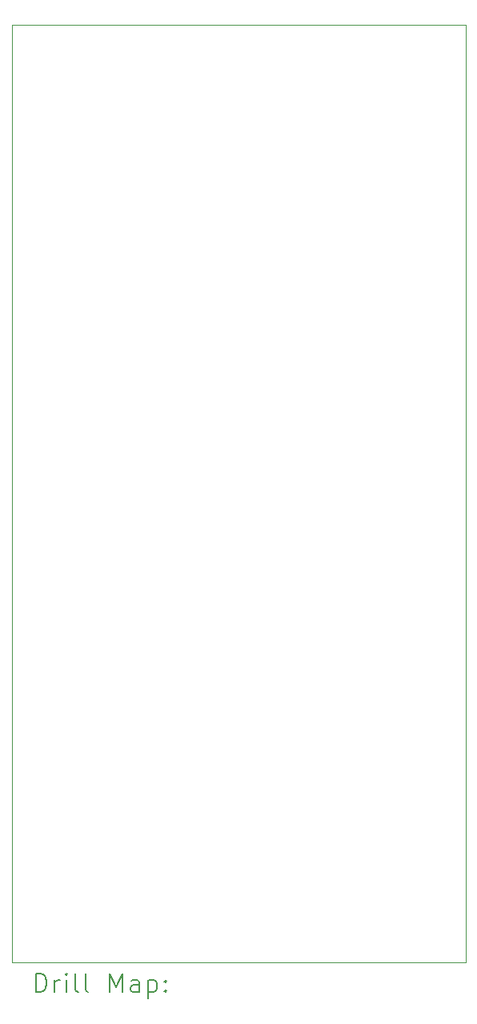
<source format=gbr>
%TF.GenerationSoftware,KiCad,Pcbnew,6.0.11+dfsg-1~bpo11+1*%
%TF.CreationDate,2023-04-14T14:38:57+08:00*%
%TF.ProjectId,MiniMix - Main,4d696e69-4d69-4782-902d-204d61696e2e,rev?*%
%TF.SameCoordinates,Original*%
%TF.FileFunction,Drillmap*%
%TF.FilePolarity,Positive*%
%FSLAX45Y45*%
G04 Gerber Fmt 4.5, Leading zero omitted, Abs format (unit mm)*
G04 Created by KiCad (PCBNEW 6.0.11+dfsg-1~bpo11+1) date 2023-04-14 14:38:57*
%MOMM*%
%LPD*%
G01*
G04 APERTURE LIST*
%ADD10C,0.100000*%
%ADD11C,0.200000*%
G04 APERTURE END LIST*
D10*
X14720000Y-15680000D02*
X19520000Y-15680000D01*
X19520000Y-15680000D02*
X19520000Y-5760000D01*
X19520000Y-5760000D02*
X14720000Y-5760000D01*
X14720000Y-5760000D02*
X14720000Y-15680000D01*
D11*
X14972619Y-15995476D02*
X14972619Y-15795476D01*
X15020238Y-15795476D01*
X15048809Y-15805000D01*
X15067857Y-15824048D01*
X15077381Y-15843095D01*
X15086905Y-15881190D01*
X15086905Y-15909762D01*
X15077381Y-15947857D01*
X15067857Y-15966905D01*
X15048809Y-15985952D01*
X15020238Y-15995476D01*
X14972619Y-15995476D01*
X15172619Y-15995476D02*
X15172619Y-15862143D01*
X15172619Y-15900238D02*
X15182143Y-15881190D01*
X15191667Y-15871667D01*
X15210714Y-15862143D01*
X15229762Y-15862143D01*
X15296428Y-15995476D02*
X15296428Y-15862143D01*
X15296428Y-15795476D02*
X15286905Y-15805000D01*
X15296428Y-15814524D01*
X15305952Y-15805000D01*
X15296428Y-15795476D01*
X15296428Y-15814524D01*
X15420238Y-15995476D02*
X15401190Y-15985952D01*
X15391667Y-15966905D01*
X15391667Y-15795476D01*
X15525000Y-15995476D02*
X15505952Y-15985952D01*
X15496428Y-15966905D01*
X15496428Y-15795476D01*
X15753571Y-15995476D02*
X15753571Y-15795476D01*
X15820238Y-15938333D01*
X15886905Y-15795476D01*
X15886905Y-15995476D01*
X16067857Y-15995476D02*
X16067857Y-15890714D01*
X16058333Y-15871667D01*
X16039286Y-15862143D01*
X16001190Y-15862143D01*
X15982143Y-15871667D01*
X16067857Y-15985952D02*
X16048809Y-15995476D01*
X16001190Y-15995476D01*
X15982143Y-15985952D01*
X15972619Y-15966905D01*
X15972619Y-15947857D01*
X15982143Y-15928809D01*
X16001190Y-15919286D01*
X16048809Y-15919286D01*
X16067857Y-15909762D01*
X16163095Y-15862143D02*
X16163095Y-16062143D01*
X16163095Y-15871667D02*
X16182143Y-15862143D01*
X16220238Y-15862143D01*
X16239286Y-15871667D01*
X16248809Y-15881190D01*
X16258333Y-15900238D01*
X16258333Y-15957381D01*
X16248809Y-15976428D01*
X16239286Y-15985952D01*
X16220238Y-15995476D01*
X16182143Y-15995476D01*
X16163095Y-15985952D01*
X16344048Y-15976428D02*
X16353571Y-15985952D01*
X16344048Y-15995476D01*
X16334524Y-15985952D01*
X16344048Y-15976428D01*
X16344048Y-15995476D01*
X16344048Y-15871667D02*
X16353571Y-15881190D01*
X16344048Y-15890714D01*
X16334524Y-15881190D01*
X16344048Y-15871667D01*
X16344048Y-15890714D01*
M02*

</source>
